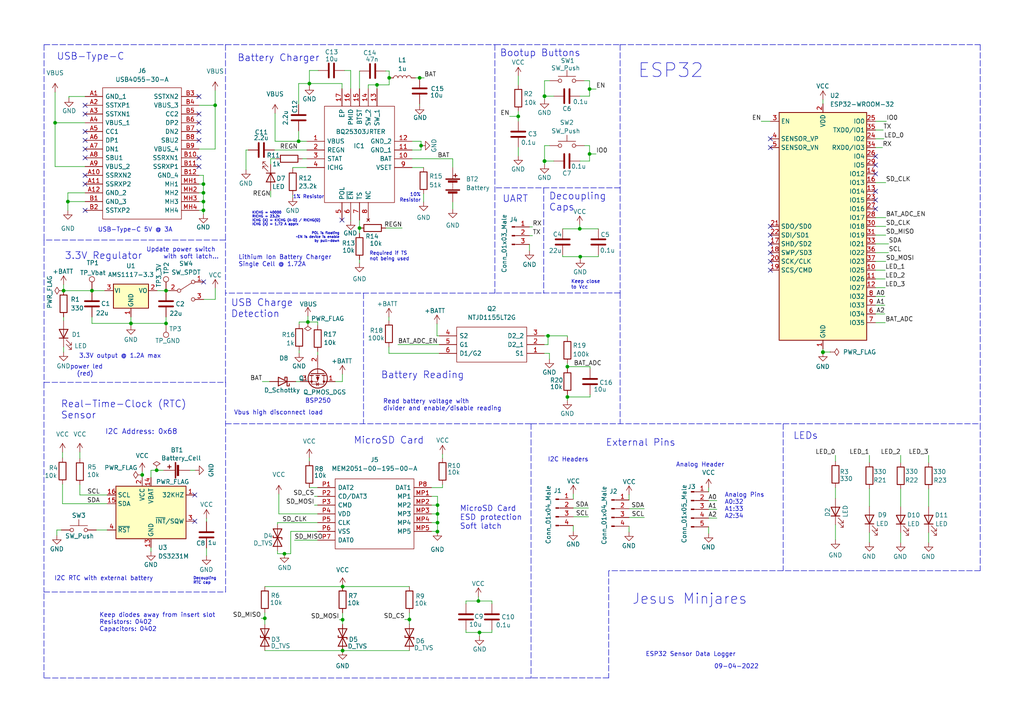
<source format=kicad_sch>
(kicad_sch (version 20211123) (generator eeschema)
  (paper "A4")
  (junction (at 157.9372 27.9146))
  (junction (at 121.7168 22.5806))
  (junction (at 126.873 154.178))
  (junction (at 45.4406 136.398))
  (junction (at 164.5666 106.3498))
  (junction (at 62.4078 30.5308))
  (junction (at 76.8096 179.324))
  (junction (at 48.1584 84.3026))
  (junction (at 82.4992 160.6042))
  (junction (at 26.67 84.3026))
  (junction (at 238.6838 102.1842))
  (junction (at 112.8776 22.5806))
  (junction (at 126.8984 146.5072))
  (junction (at 168.148 66.3702))
  (junction (at 48.1584 93.8022))
  (junction (at 99.3648 179.7304))
  (junction (at 59.0042 53.3908))
  (junction (at 86.614 40.9702))
  (junction (at 118.745 179.6796))
  (junction (at 138.7602 174.3202))
  (junction (at 170.9928 25.8318))
  (junction (at 104.267 66.1416))
  (junction (at 157.9372 46.7106))
  (junction (at 158.9532 97.409))
  (junction (at 109.347 24.6126))
  (junction (at 157.9372 46.736))
  (junction (at 37.973 93.8022))
  (junction (at 170.9928 44.6532))
  (junction (at 164.5666 115.1382))
  (junction (at 15.9766 35.6108))
  (junction (at 59.0042 58.4708))
  (junction (at 41.2496 137.7442))
  (junction (at 157.9372 27.8892))
  (junction (at 99.3648 170.1292))
  (junction (at 168.3004 74.4474))
  (junction (at 126.8984 151.5872))
  (junction (at 18.4404 84.3026))
  (junction (at 19.685 58.4708))
  (junction (at 238.6838 102.108))
  (junction (at 99.3648 188.6966))
  (junction (at 150.3172 33.7566))
  (junction (at 126.8984 149.0472))
  (junction (at 59.0042 55.9308))
  (junction (at 59.0042 61.0108))
  (junction (at 122.1232 42.2402))
  (junction (at 89.3064 93.3958))
  (junction (at 139.065 183.4388))
  (junction (at 89.7382 24.2316))
  (no_connect (at 59.055 81.7626))
  (no_connect (at 99.187 63.8302))
  (no_connect (at 56.4896 151.1808))
  (no_connect (at 253.9238 45.339))
  (no_connect (at 223.4438 40.259))
  (no_connect (at 223.4438 42.799))
  (no_connect (at 223.4438 68.199))
  (no_connect (at 223.4438 73.279))
  (no_connect (at 223.4438 78.359))
  (no_connect (at 223.4438 75.819))
  (no_connect (at 223.4438 70.739))
  (no_connect (at 223.4438 65.659))
  (no_connect (at 253.9238 60.579))
  (no_connect (at 253.9238 47.879))
  (no_connect (at 253.9238 58.039))
  (no_connect (at 253.9238 55.499))
  (no_connect (at 253.9238 50.419))
  (no_connect (at 24.6888 53.3908))
  (no_connect (at 24.6888 50.8508))
  (no_connect (at 24.6888 45.7708))
  (no_connect (at 24.6888 43.2308))
  (no_connect (at 24.6888 40.6908))
  (no_connect (at 24.6888 38.1508))
  (no_connect (at 24.6888 33.0708))
  (no_connect (at 24.6888 30.5308))
  (no_connect (at 24.6888 61.0108))
  (no_connect (at 57.7088 40.6908))
  (no_connect (at 57.7088 27.9908))
  (no_connect (at 57.7088 38.1508))
  (no_connect (at 57.7088 35.6108))
  (no_connect (at 57.7088 33.0708))
  (no_connect (at 57.7088 48.3108))
  (no_connect (at 57.7088 45.7708))
  (no_connect (at 56.4896 143.5608))
  (wire (pts (xy 163.195 74.4474) (xy 168.3004 74.4474)))
  (wire (pts (xy 122.1232 40.9702) (xy 122.1232 42.2402)))
  (polyline (pts (xy 65.405 69.6214) (xy 12.7762 69.6214)))
  (wire (pts (xy 86.7664 94.0562) (xy 86.7664 93.3958)))
  (polyline (pts (xy 143.5354 12.954) (xy 143.5354 85.0138)))
  (wire (pts (xy 82.4992 160.6042) (xy 84.328 160.6042)))
  (wire (pts (xy 121.7168 22.5806) (xy 123.0376 22.5806)))
  (wire (pts (xy 79.7814 32.8676) (xy 79.7814 40.9702)))
  (wire (pts (xy 99.3648 188.6966) (xy 118.745 188.6966)))
  (wire (pts (xy 19.9898 27.9908) (xy 19.9898 28.4226)))
  (wire (pts (xy 253.9238 80.899) (xy 256.7432 80.899)))
  (wire (pts (xy 182.4482 147.5486) (xy 186.8678 147.5486)))
  (wire (pts (xy 125.1458 146.5072) (xy 126.8984 146.5072)))
  (wire (pts (xy 126.8984 151.5872) (xy 126.8984 149.0472)))
  (wire (pts (xy 182.4482 143.4846) (xy 182.4482 145.0086)))
  (wire (pts (xy 115.4176 99.949) (xy 127.381 99.949)))
  (wire (pts (xy 253.9238 68.199) (xy 256.921 68.199)))
  (wire (pts (xy 125.1458 151.5872) (xy 126.8984 151.5872)))
  (wire (pts (xy 168.2242 46.7106) (xy 170.9928 46.7106)))
  (wire (pts (xy 121.7168 30.2006) (xy 121.7168 30.5816)))
  (wire (pts (xy 238.6838 28.9052) (xy 238.6838 30.099)))
  (wire (pts (xy 92.1258 151.5872) (xy 80.4926 151.5872)))
  (polyline (pts (xy 12.7508 171.704) (xy 65.4304 171.704)))
  (wire (pts (xy 16.4846 153.7208) (xy 16.4846 155.2956)))
  (wire (pts (xy 261.239 154.5336) (xy 261.239 157.3784)))
  (wire (pts (xy 92.1512 103.0478) (xy 92.1512 102.0064)))
  (wire (pts (xy 256.7432 78.359) (xy 253.9238 78.359)))
  (wire (pts (xy 170.9928 27.8892) (xy 170.9928 25.8318)))
  (wire (pts (xy 253.9238 93.599) (xy 256.7686 93.599)))
  (wire (pts (xy 89.027 40.9702) (xy 86.614 40.9702)))
  (wire (pts (xy 80.4926 160.6042) (xy 82.4992 160.6042)))
  (polyline (pts (xy 154.0256 122.9106) (xy 284.3022 122.9106)))
  (wire (pts (xy 98.3996 179.7304) (xy 99.3648 179.7304)))
  (wire (pts (xy 18.1356 131.1656) (xy 18.1356 132.8166)))
  (polyline (pts (xy 179.8574 54.483) (xy 179.8574 84.963)))
  (wire (pts (xy 166.2684 143.2814) (xy 166.2684 144.8054)))
  (polyline (pts (xy 65.405 110.8964) (xy 65.405 69.6214)))
  (polyline (pts (xy 12.8016 12.954) (xy 65.405 12.954)))
  (wire (pts (xy 220.7768 35.179) (xy 223.4438 35.179)))
  (wire (pts (xy 109.347 24.6126) (xy 109.347 25.7302)))
  (wire (pts (xy 253.9238 85.979) (xy 256.667 85.979)))
  (wire (pts (xy 253.9238 83.439) (xy 256.7432 83.439)))
  (wire (pts (xy 19.685 55.9308) (xy 19.685 58.4708)))
  (wire (pts (xy 164.5666 105.41) (xy 164.5666 106.3498)))
  (wire (pts (xy 170.9928 25.8318) (xy 170.9928 23.4188)))
  (wire (pts (xy 253.9238 35.179) (xy 257.0988 35.179)))
  (polyline (pts (xy 284.3022 165.5318) (xy 176.5554 165.5318)))
  (wire (pts (xy 128.3462 141.4272) (xy 128.3462 140.5382)))
  (wire (pts (xy 119.507 40.9702) (xy 122.1232 40.9702)))
  (wire (pts (xy 55.0926 136.398) (xy 56.515 136.398)))
  (wire (pts (xy 59.0042 55.9308) (xy 59.0042 58.4708)))
  (wire (pts (xy 41.2496 137.7442) (xy 41.2496 138.4808)))
  (wire (pts (xy 57.7088 53.3908) (xy 59.0042 53.3908)))
  (wire (pts (xy 109.347 24.6126) (xy 112.8776 24.6126)))
  (wire (pts (xy 76.8096 177.7492) (xy 76.8096 179.324)))
  (wire (pts (xy 48.1584 93.8022) (xy 48.1584 91.9226)))
  (wire (pts (xy 125.1458 141.4272) (xy 128.3462 141.4272)))
  (wire (pts (xy 43.7896 136.398) (xy 43.7896 138.4808)))
  (wire (pts (xy 138.7602 174.3202) (xy 142.6718 174.3202)))
  (wire (pts (xy 126.8984 146.5072) (xy 126.8984 143.9672)))
  (wire (pts (xy 122.8598 56.2102) (xy 122.8598 58.5724)))
  (wire (pts (xy 252.1712 134.1374) (xy 252.1712 132.0546)))
  (wire (pts (xy 153.5684 68.3514) (xy 154.4574 68.3514)))
  (wire (pts (xy 164.5666 114.4778) (xy 164.5666 115.1382)))
  (wire (pts (xy 252.1712 154.4828) (xy 252.1712 157.3276)))
  (wire (pts (xy 92.1512 93.3958) (xy 92.1512 94.3864)))
  (wire (pts (xy 182.4482 152.6286) (xy 182.4482 154.305)))
  (polyline (pts (xy 179.8574 84.963) (xy 179.8574 122.8852)))
  (wire (pts (xy 92.1258 149.0472) (xy 80.8736 149.0472)))
  (wire (pts (xy 112.8776 20.5994) (xy 112.8776 22.5806)))
  (wire (pts (xy 128.3462 131.7244) (xy 128.3462 132.9182)))
  (wire (pts (xy 97.2312 110.6678) (xy 99.314 110.6678)))
  (wire (pts (xy 125.1458 149.0472) (xy 126.8984 149.0472)))
  (wire (pts (xy 261.239 141.8082) (xy 261.239 146.9136)))
  (wire (pts (xy 168.3004 74.4474) (xy 173.5582 74.4474)))
  (wire (pts (xy 139.065 183.4388) (xy 139.065 184.5056)))
  (wire (pts (xy 126.746 93.9292) (xy 126.746 97.409)))
  (wire (pts (xy 62.4078 26.2636) (xy 62.4078 30.5308)))
  (wire (pts (xy 62.4332 86.8426) (xy 62.4332 83.6168)))
  (wire (pts (xy 71.9836 43.5102) (xy 71.3486 43.5102)))
  (wire (pts (xy 238.6838 102.108) (xy 238.6838 102.1842)))
  (wire (pts (xy 157.9372 23.4188) (xy 159.3596 23.4188)))
  (wire (pts (xy 86.614 40.9702) (xy 86.614 37.9476)))
  (wire (pts (xy 170.9928 44.6532) (xy 170.9928 42.2402)))
  (wire (pts (xy 89.027 48.5902) (xy 84.9122 48.5902)))
  (wire (pts (xy 76.8096 179.324) (xy 76.8096 181.0766)))
  (wire (pts (xy 104.267 20.5994) (xy 104.267 25.7302)))
  (wire (pts (xy 111.887 66.1416) (xy 116.6368 66.1416)))
  (wire (pts (xy 99.187 25.7302) (xy 99.2124 24.2316)))
  (wire (pts (xy 80.0608 46.0502) (xy 78.5114 46.0502)))
  (wire (pts (xy 238.6838 102.108) (xy 240.792 102.108)))
  (wire (pts (xy 139.065 183.4388) (xy 142.6718 183.4388)))
  (wire (pts (xy 89.3064 93.3958) (xy 92.1512 93.3958)))
  (wire (pts (xy 104.267 63.8302) (xy 104.267 66.1416)))
  (polyline (pts (xy 284.3022 122.9106) (xy 284.3022 165.5318)))
  (polyline (pts (xy 176.5554 196.6214) (xy 154.0256 196.6214)))
  (wire (pts (xy 80.4926 159.7406) (xy 80.4926 160.6042)))
  (wire (pts (xy 80.4926 151.5872) (xy 80.4926 152.1206)))
  (wire (pts (xy 59.0042 58.4708) (xy 59.0042 61.0108)))
  (wire (pts (xy 101.727 20.447) (xy 99.9236 20.447)))
  (wire (pts (xy 92.3036 20.447) (xy 89.7382 20.447)))
  (wire (pts (xy 160.6042 27.8892) (xy 157.9372 27.8892)))
  (wire (pts (xy 126.8984 149.0472) (xy 126.8984 146.5072)))
  (wire (pts (xy 92.1258 154.1272) (xy 84.328 154.1272)))
  (wire (pts (xy 117.3988 179.6796) (xy 118.745 179.6796)))
  (wire (pts (xy 205.5368 147.7264) (xy 207.9244 147.7264)))
  (wire (pts (xy 76.8096 188.6966) (xy 99.3648 188.6966)))
  (wire (pts (xy 57.7088 55.9308) (xy 59.0042 55.9308)))
  (wire (pts (xy 101.727 63.8302) (xy 101.727 64.0588)))
  (wire (pts (xy 26.67 91.9226) (xy 26.67 93.8022)))
  (wire (pts (xy 242.316 152.1968) (xy 242.316 156.5656)))
  (wire (pts (xy 15.9766 48.3108) (xy 15.9766 35.6108)))
  (wire (pts (xy 170.9928 23.4188) (xy 169.5196 23.4188)))
  (wire (pts (xy 205.5368 150.2664) (xy 207.9244 150.2664)))
  (wire (pts (xy 269.3416 141.8082) (xy 269.3416 146.9136)))
  (wire (pts (xy 89.7382 20.447) (xy 89.7382 24.2316)))
  (wire (pts (xy 76.073 110.6678) (xy 78.1812 110.6678)))
  (wire (pts (xy 147.8026 33.7566) (xy 150.3172 33.7566)))
  (wire (pts (xy 112.8014 102.489) (xy 127.381 102.489)))
  (wire (pts (xy 131.318 58.674) (xy 131.318 60.6298)))
  (polyline (pts (xy 284.3022 12.954) (xy 284.3022 122.9106)))
  (wire (pts (xy 166.2684 152.4254) (xy 166.2684 154.1018)))
  (wire (pts (xy 170.9928 42.2402) (xy 169.5196 42.2402)))
  (wire (pts (xy 253.9238 75.819) (xy 256.921 75.819)))
  (polyline (pts (xy 65.405 12.954) (xy 65.405 69.6214)))
  (wire (pts (xy 164.5666 106.3498) (xy 164.5666 106.8578)))
  (wire (pts (xy 48.1584 84.3026) (xy 48.895 84.3026)))
  (wire (pts (xy 253.9238 88.519) (xy 256.667 88.519)))
  (wire (pts (xy 158.9532 97.409) (xy 157.861 97.409)))
  (wire (pts (xy 78.5114 46.0502) (xy 78.5114 47.6758)))
  (wire (pts (xy 18.4404 84.3026) (xy 26.67 84.3026)))
  (wire (pts (xy 45.593 84.3026) (xy 48.1584 84.3026)))
  (wire (pts (xy 168.148 66.3702) (xy 173.5582 66.3702)))
  (wire (pts (xy 125.1458 154.1272) (xy 126.8984 154.1272)))
  (wire (pts (xy 24.6888 48.3108) (xy 15.9766 48.3108)))
  (wire (pts (xy 135.1534 183.4388) (xy 139.065 183.4388)))
  (wire (pts (xy 170.9928 25.8318) (xy 172.8978 25.8318)))
  (wire (pts (xy 164.5666 115.1382) (xy 164.5666 116.1288)))
  (wire (pts (xy 269.3416 154.5336) (xy 269.3416 157.3784)))
  (wire (pts (xy 18.4404 82.55) (xy 18.4404 84.3026)))
  (wire (pts (xy 171.1452 114.4778) (xy 171.1452 115.1382)))
  (wire (pts (xy 131.318 46.0502) (xy 131.318 48.514)))
  (wire (pts (xy 85.3948 156.6672) (xy 92.1258 156.6672)))
  (polyline (pts (xy 12.7762 69.6214) (xy 12.7762 110.8964)))
  (polyline (pts (xy 157.7086 54.483) (xy 157.7086 84.9884)))
  (wire (pts (xy 157.9372 27.9146) (xy 157.9372 28.8798)))
  (wire (pts (xy 23.1648 131.1402) (xy 23.1648 132.969)))
  (wire (pts (xy 24.6888 55.9308) (xy 19.685 55.9308)))
  (wire (pts (xy 112.8776 22.5806) (xy 112.8776 24.6126)))
  (wire (pts (xy 166.2684 149.8854) (xy 170.7134 149.8854)))
  (wire (pts (xy 19.685 58.4708) (xy 19.685 61.0616)))
  (wire (pts (xy 153.5684 65.8114) (xy 154.4574 65.8114)))
  (polyline (pts (xy 154.0256 122.9106) (xy 154.0256 196.6468)))
  (polyline (pts (xy 179.8574 84.963) (xy 143.5354 84.9884)))
  (wire (pts (xy 126.8984 154.1272) (xy 126.8984 151.5872)))
  (wire (pts (xy 18.4404 100.6094) (xy 18.4404 102.108)))
  (polyline (pts (xy 12.7762 12.954) (xy 12.7762 69.6214)))
  (wire (pts (xy 59.8932 150.3426) (xy 59.8932 151.3078)))
  (wire (pts (xy 86.7664 93.3958) (xy 89.3064 93.3958)))
  (wire (pts (xy 119.507 48.5902) (xy 122.8598 48.5902)))
  (wire (pts (xy 37.973 93.8022) (xy 37.973 94.4118)))
  (wire (pts (xy 19.685 58.4708) (xy 24.6888 58.4708)))
  (wire (pts (xy 26.67 84.3026) (xy 30.353 84.3026)))
  (polyline (pts (xy 12.7762 110.8964) (xy 65.405 110.8964)))
  (polyline (pts (xy 154.0256 196.6468) (xy 12.7508 196.6468)))
  (wire (pts (xy 153.5684 70.8914) (xy 153.5684 72.7202)))
  (polyline (pts (xy 227.1522 122.9106) (xy 227.1522 165.4556)))
  (wire (pts (xy 76.8096 170.1292) (xy 99.3648 170.1292)))
  (wire (pts (xy 142.6718 183.4388) (xy 142.6718 182.7276)))
  (wire (pts (xy 238.6838 101.219) (xy 238.6838 102.108)))
  (wire (pts (xy 43.7896 158.8008) (xy 43.7896 159.9946)))
  (wire (pts (xy 168.148 65.2018) (xy 168.148 66.3702)))
  (wire (pts (xy 37.973 93.8022) (xy 48.1584 93.8022)))
  (polyline (pts (xy 179.8574 54.483) (xy 143.5608 54.483)))
  (wire (pts (xy 170.9928 46.7106) (xy 170.9928 44.6532)))
  (wire (pts (xy 157.9372 27.8892) (xy 157.9372 23.4188)))
  (wire (pts (xy 261.239 132.0546) (xy 261.239 134.1882)))
  (wire (pts (xy 59.0042 61.0108) (xy 59.0042 62.1284)))
  (wire (pts (xy 47.4726 136.398) (xy 45.4406 136.398)))
  (wire (pts (xy 99.3648 170.1292) (xy 118.745 170.1292)))
  (polyline (pts (xy 65.405 12.954) (xy 143.5354 12.954)))
  (wire (pts (xy 84.9122 48.5902) (xy 84.9122 48.9204)))
  (wire (pts (xy 24.6888 35.6108) (xy 15.9766 35.6108)))
  (wire (pts (xy 26.67 93.8022) (xy 37.973 93.8022)))
  (wire (pts (xy 171.1452 106.8578) (xy 171.1452 106.3498)))
  (wire (pts (xy 106.807 25.7302) (xy 106.807 24.6126)))
  (wire (pts (xy 168.2242 27.8892) (xy 170.9928 27.8892)))
  (wire (pts (xy 135.1534 175.1076) (xy 135.1534 174.3202)))
  (polyline (pts (xy 65.4304 171.704) (xy 65.4304 110.871)))
  (wire (pts (xy 158.9532 97.409) (xy 164.5666 97.409)))
  (wire (pts (xy 78.5114 55.2958) (xy 78.5114 57.15)))
  (wire (pts (xy 111.887 20.5994) (xy 112.8776 20.5994)))
  (wire (pts (xy 99.314 108.5342) (xy 99.314 110.6678)))
  (wire (pts (xy 253.9238 42.799) (xy 255.9812 42.799)))
  (wire (pts (xy 118.745 177.7492) (xy 118.745 179.6796)))
  (wire (pts (xy 101.727 25.7302) (xy 101.727 20.447)))
  (polyline (pts (xy 65.4304 122.9106) (xy 154.0256 122.9106)))
  (wire (pts (xy 99.3648 179.7304) (xy 99.3648 181.0766)))
  (wire (pts (xy 15.9766 26.7462) (xy 15.9766 35.6108)))
  (wire (pts (xy 31.0896 143.5608) (xy 23.1648 143.5608)))
  (wire (pts (xy 242.316 133.7818) (xy 242.316 132.0546)))
  (wire (pts (xy 164.5666 106.3498) (xy 171.1452 106.3498)))
  (wire (pts (xy 91.186 143.9672) (xy 92.1258 143.9672)))
  (wire (pts (xy 253.9238 65.659) (xy 256.921 65.659)))
  (wire (pts (xy 205.5368 152.8064) (xy 205.5368 154.7368)))
  (wire (pts (xy 182.4482 150.0886) (xy 186.8932 150.0886)))
  (wire (pts (xy 158.9532 99.949) (xy 158.9532 97.409)))
  (wire (pts (xy 119.507 43.5102) (xy 122.1232 43.5102)))
  (wire (pts (xy 89.7382 24.2316) (xy 89.7382 24.892)))
  (wire (pts (xy 157.861 99.949) (xy 158.9532 99.949)))
  (wire (pts (xy 59.0042 53.3908) (xy 59.0042 55.9308)))
  (wire (pts (xy 23.1648 140.589) (xy 23.1648 143.5608)))
  (wire (pts (xy 75.7428 179.324) (xy 76.8096 179.324)))
  (polyline (pts (xy 143.5354 85.0138) (xy 65.405 85.0138)))
  (wire (pts (xy 104.267 66.1416) (xy 104.267 67.6656)))
  (wire (pts (xy 62.4078 43.2308) (xy 62.4078 30.5308)))
  (wire (pts (xy 27.94 153.7208) (xy 31.0896 153.7208)))
  (wire (pts (xy 89.027 46.0502) (xy 87.6808 46.0502)))
  (polyline (pts (xy 176.5554 165.5318) (xy 176.5554 196.6214)))
  (wire (pts (xy 122.1232 42.2402) (xy 122.1232 43.5102)))
  (wire (pts (xy 57.7088 50.8508) (xy 59.0042 50.8508)))
  (wire (pts (xy 164.5666 97.409) (xy 164.5666 97.79)))
  (wire (pts (xy 89.3064 91.694) (xy 89.3064 93.3958)))
  (wire (pts (xy 205.5368 141.5034) (xy 205.5368 142.6464)))
  (wire (pts (xy 57.7088 61.0108) (xy 59.0042 61.0108)))
  (wire (pts (xy 104.267 75.2856) (xy 104.267 76.327)))
  (wire (pts (xy 164.5666 115.1382) (xy 171.1452 115.1382)))
  (wire (pts (xy 159.3596 102.489) (xy 159.3596 104.1654)))
  (wire (pts (xy 86.614 24.2316) (xy 89.7382 24.2316)))
  (wire (pts (xy 59.055 86.8426) (xy 62.4332 86.8426)))
  (wire (pts (xy 253.9238 73.279) (xy 257.7338 73.279)))
  (wire (pts (xy 45.4406 136.398) (xy 43.7896 136.398)))
  (polyline (pts (xy 12.7508 196.6468) (xy 12.7508 171.704)))
  (polyline (pts (xy 105.4354 85.0138) (xy 105.4354 122.9106)))
  (wire (pts (xy 119.507 46.0502) (xy 131.318 46.0502)))
  (wire (pts (xy 71.3486 43.5102) (xy 71.3486 49.2506)))
  (wire (pts (xy 57.7088 58.4708) (xy 59.0042 58.4708)))
  (polyline (pts (xy 179.8574 12.954) (xy 284.3022 12.954)))
  (wire (pts (xy 89.7128 132.7912) (xy 89.7128 133.8072)))
  (wire (pts (xy 99.3648 177.7492) (xy 99.3648 179.7304)))
  (wire (pts (xy 112.8014 91.948) (xy 112.8014 93.0148)))
  (wire (pts (xy 18.1356 146.1008) (xy 31.0896 146.1008)))
  (wire (pts (xy 89.027 43.5102) (xy 79.6036 43.5102)))
  (wire (pts (xy 253.9238 52.959) (xy 256.921 52.959)))
  (wire (pts (xy 84.328 154.1272) (xy 84.328 160.6042)))
  (wire (pts (xy 37.973 91.9226) (xy 37.973 93.8022)))
  (wire (pts (xy 135.1534 174.3202) (xy 138.7602 174.3202)))
  (wire (pts (xy 205.5368 145.1864) (xy 207.9244 145.1864)))
  (polyline (pts (xy 179.8574 12.954) (xy 179.8574 54.483)))
  (wire (pts (xy 157.861 102.489) (xy 159.3596 102.489)))
  (wire (pts (xy 79.7814 40.9702) (xy 86.614 40.9702)))
  (wire (pts (xy 150.3172 33.7566) (xy 150.3172 35.1282)))
  (wire (pts (xy 80.8736 143.3068) (xy 80.8736 149.0472)))
  (wire (pts (xy 150.3172 22.0472) (xy 150.3172 24.6634)))
  (wire (pts (xy 57.7088 30.5308) (xy 62.4078 30.5308)))
  (wire (pts (xy 163.195 66.3702) (xy 168.148 66.3702)))
  (wire (pts (xy 170.9928 44.6532) (xy 172.8978 44.6532)))
  (wire (pts (xy 150.3172 32.2834) (xy 150.3172 33.7566)))
  (wire (pts (xy 120.4976 22.5806) (xy 121.7168 22.5806)))
  (wire (pts (xy 160.6042 46.7106) (xy 157.9372 46.7106)))
  (wire (pts (xy 87.0712 110.6678) (xy 85.8012 110.6678)))
  (wire (pts (xy 16.4846 153.7208) (xy 17.78 153.7208)))
  (wire (pts (xy 99.2124 24.2316) (xy 89.7382 24.2316)))
  (wire (pts (xy 118.745 179.6796) (xy 118.745 181.0766)))
  (wire (pts (xy 157.9372 46.7106) (xy 157.9372 42.2402)))
  (wire (pts (xy 168.3004 74.4474) (xy 168.3004 75.0824)))
  (wire (pts (xy 112.8014 100.6348) (xy 112.8014 102.489)))
  (wire (pts (xy 157.9372 46.736) (xy 157.9372 47.7012)))
  (wire (pts (xy 86.7664 101.6762) (xy 86.7664 102.4128)))
  (wire (pts (xy 84.9122 56.5404) (xy 84.9122 57.2008)))
  (wire (pts (xy 173.5582 73.9902) (xy 173.5582 74.4474)))
  (wire (pts (xy 253.9238 63.119) (xy 256.921 63.119)))
  (wire (pts (xy 253.9238 91.059) (xy 256.667 91.059)))
  (wire (pts (xy 106.807 24.6126) (xy 109.347 24.6126)))
  (wire (pts (xy 242.316 141.4018) (xy 242.316 144.5768)))
  (wire (pts (xy 253.9238 40.259) (xy 256.3876 40.259)))
  (wire (pts (xy 91.186 146.5072) (xy 92.1258 146.5072)))
  (wire (pts (xy 253.9238 70.739) (xy 257.7338 70.739)))
  (wire (pts (xy 41.2496 136.8298) (xy 41.2496 137.7442)))
  (wire (pts (xy 18.1356 140.4366) (xy 18.1356 146.1008)))
  (wire (pts (xy 269.3416 132.0546) (xy 269.3416 134.1882)))
  (wire (pts (xy 135.1534 182.7276) (xy 135.1534 183.4388)))
  (wire (pts (xy 59.8932 158.9278) (xy 59.8932 161.2138)))
  (polyline (pts (xy 12.7508 110.9218) (xy 12.7508 171.704)))
  (wire (pts (xy 126.746 97.409) (xy 127.381 97.409)))
  (wire (pts (xy 125.1458 143.9672) (xy 126.8984 143.9672)))
  (wire (pts (xy 57.7088 43.2308) (xy 62.4078 43.2308)))
  (wire (pts (xy 157.9372 42.2402) (xy 159.3596 42.2402)))
  (wire (pts (xy 142.6718 174.3202) (xy 142.6718 175.1076)))
  (wire (pts (xy 253.9238 37.719) (xy 256.1844 37.719)))
  (polyline (pts (xy 143.5608 12.954) (xy 179.8574 12.954)))
  (wire (pts (xy 92.1258 141.4272) (xy 89.7128 141.4272)))
  (wire (pts (xy 18.4404 91.9226) (xy 18.4404 92.9894)))
  (wire (pts (xy 166.2684 147.3454) (xy 170.688 147.3454)))
  (wire (pts (xy 59.0042 50.8508) (xy 59.0042 53.3908)))
  (wire (pts (xy 24.6888 27.9908) (xy 19.9898 27.9908)))
  (wire (pts (xy 138.7602 173.0502) (xy 138.7602 174.3202)))
  (wire (pts (xy 163.195 73.9902) (xy 163.195 74.4474)))
  (wire (pts (xy 252.1712 141.7574) (xy 252.1712 146.8628)))
  (polyline (pts (xy 157.7086 84.9884) (xy 157.7594 84.9884)))
  (wire (pts (xy 150.3172 42.7482) (xy 150.3172 45.212)))
  (wire (pts (xy 86.614 30.3276) (xy 86.614 24.2316)))
  (text "Keep diodes away from insert slot\nResistors: 0402\nCapacitors: 0402" (at 28.7782 183.3372 0) (effects (font (size 1.27 1.27)) (justify left bottom)))
  (text "MicroSD Card" (at 102.5398 129.032 0) (effects (font (size 2 2)) (justify left bottom)))
  (text "ESP32 Sensor Data Logger" (at 187.2234 190.6016 0) (effects (font (size 1.27 1.27)) (justify left bottom)))
  (text "Required if TS\nnot being used" (at 107.1372 75.7936 0) (effects (font (size 1 1)) (justify left bottom)))
  (text "Vbus high disconnect load\n" (at 67.818 120.523 0) (effects (font (size 1.27 1.27)) (justify left bottom)))
  (text "Analog Header" (at 196.0372 135.636 0) (effects (font (size 1.27 1.27)) (justify left bottom)))
  (text "Update power switch \nwith soft latch...\n" (at 63.5254 75.2856 180) (effects (font (size 1.27 1.27)) (justify right bottom)))
  (text "UART" (at 145.6944 58.9788 0) (effects (font (size 2 2)) (justify left bottom)))
  (text "POL is floating\n~EN is device is enable\nby pull-down" (at 98.5266 70.4342 0) (effects (font (size 0.7 0.7)) (justify right bottom)))
  (text "3.3V output @ 1.2A max " (at 22.8854 104.0892 0) (effects (font (size 1.27 1.27)) (justify left bottom)))
  (text "I2C Headers" (at 158.8516 134.1374 0) (effects (font (size 1.27 1.27)) (justify left bottom)))
  (text "ESP32" (at 184.912 22.9362 0) (effects (font (size 4 4)) (justify left bottom)))
  (text "BSP250\n" (at 88.4682 117.1194 0) (effects (font (size 1.27 1.27)) (justify left bottom)))
  (text "Jesus Minjares" (at 183.2864 175.6156 0) (effects (font (size 3 3)) (justify left bottom)))
  (text "10%\nResistor\n" (at 122.0978 58.7756 180) (effects (font (size 1 1)) (justify right bottom)))
  (text "USB-Type-C 5V @ 3A" (at 28.3464 67.4878 0) (effects (font (size 1.27 1.27)) (justify left bottom)))
  (text "External Pins" (at 175.6664 129.6924 0) (effects (font (size 2 2)) (justify left bottom)))
  (text "USB-Type-C" (at 16.4084 17.6784 0) (effects (font (size 2 2)) (justify left bottom)))
  (text "Read battery voltage with \ndivider and enable/disable reading" (at 111.0742 119.3292 0) (effects (font (size 1.27 1.27)) (justify left bottom)))
  (text "1% Resistor\n" (at 94.0562 57.785 180) (effects (font (size 1 1)) (justify right bottom)))
  (text "Decoupling\nCaps" (at 159.2072 61.4426 0) (effects (font (size 2 2)) (justify left bottom)))
  (text "3.3V Regulator\n" (at 18.7452 75.4888 0) (effects (font (size 2 2)) (justify left bottom)))
  (text "LEDs" (at 230.0478 127.6858 0) (effects (font (size 2 2)) (justify left bottom)))
  (text "Keep close\nto Vcc" (at 165.608 83.9978 0) (effects (font (size 1 1)) (justify left bottom)))
  (text "I2C RTC with external battery" (at 15.7226 168.6052 0) (effects (font (size 1.27 1.27)) (justify left bottom)))
  (text "KICHG = 40000\nRICHG = 23.2k\nICHG (A) = KICHG (A·Ω) / RICHG(Ω)\nICHG (A) = 1.72 A apprx" (at 73.0758 65.6082 0) (effects (font (size 0.7 0.7)) (justify left bottom)))
  (text "Bootup Buttons" (at 144.9578 16.6878 0) (effects (font (size 2 2)) (justify left bottom)))
  (text "09-04-2022" (at 207.0862 194.1576 0) (effects (font (size 1.27 1.27)) (justify left bottom)))
  (text "Lithium Ion Battery Charger\nSingle Cell @ 1.72A" (at 69.1388 77.5208 0) (effects (font (size 1.27 1.27)) (justify left bottom)))
  (text "Battery Reading" (at 110.4646 110.0836 0) (effects (font (size 2 2)) (justify left bottom)))
  (text "Real-Time-Clock (RTC)\nSensor" (at 17.6276 121.7422 0) (effects (font (size 2 2)) (justify left bottom)))
  (text "I2C Address: 0x68\n" (at 30.5054 126.2126 0) (effects (font (size 1.5 1.5)) (justify left bottom)))
  (text "Decoupling \nRTC cap" (at 56.007 169.5958 0) (effects (font (size 0.8 0.8)) (justify left bottom)))
  (text "Analog Pins\nA0:32\nA1:33\nA2:34\n" (at 210.1596 150.5458 0) (effects (font (size 1.27 1.27)) (justify left bottom)))
  (text "Battery Charger" (at 68.834 18.1102 0) (effects (font (size 2 2)) (justify left bottom)))
  (text "MicroSD Card\nESD protection\nSoft latch" (at 133.35 153.7208 0) (effects (font (size 1.6 1.6)) (justify left bottom)))
  (text "power led\n  (red)" (at 20.2946 109.2708 0) (effects (font (size 1.27 1.27)) (justify left bottom)))
  (text "USB Charge\nDetection" (at 66.9544 92.3544 0) (effects (font (size 2 2)) (justify left bottom)))
  (label "SCL" (at 29.0068 143.5608 180))
  (label "SCL" (at 186.8932 150.0886 180))
  (label "LED_3" (at 269.3416 132.0546 180))
  (label "LED_1" (at 252.1712 132.0546 180))
  (label "LED_0" (at 242.316 132.0546 180))
  (label "A2" (at 256.667 91.059 180))
  (label "BAT_ADC" (at 256.7686 93.599 0))
  (label "SD_CS" (at 91.186 143.9672 180))
  (label "LED_1" (at 256.7432 78.359 0))
  (label "BAT" (at 130.429 46.0502 180))
  (label "A0" (at 256.667 85.979 180))
  (label "A2" (at 207.9244 150.2664 180))
  (label "A1" (at 207.9244 147.7264 180))
  (label "A0" (at 207.9244 145.1864 180))
  (label "BAT" (at 76.073 110.6678 180))
  (label "RX" (at 255.9812 42.799 0))
  (label "LED_2" (at 261.239 132.0546 180))
  (label "SD_CLK" (at 89.0778 151.5872 180))
  (label "LED_3" (at 256.7432 83.439 0))
  (label "REGN" (at 116.6368 66.1416 180))
  (label "SCL" (at 170.7134 149.8854 180))
  (label "SCL" (at 257.7338 73.279 0))
  (label "IO0" (at 172.8978 44.6532 0))
  (label "REGN" (at 78.5114 57.15 180))
  (label "BAT_ADC" (at 166.3954 106.3498 0))
  (label "RX" (at 154.4574 65.8114 0))
  (label "SD_MISO" (at 75.7428 179.324 180))
  (label "EN" (at 172.8978 25.8318 0))
  (label "SD_MOSI" (at 91.186 146.5072 180))
  (label "A1" (at 256.667 88.519 180))
  (label "SD_MISO" (at 85.3948 156.6672 0))
  (label "TX" (at 154.4574 68.3514 0))
  (label "LED_2" (at 256.7432 80.899 0))
  (label "SDA" (at 257.7338 70.739 0))
  (label "SDA" (at 29.0068 146.1008 180))
  (label "SD_CLK" (at 256.921 65.659 0))
  (label "SD_MISO" (at 256.921 68.199 0))
  (label "BAT_ADC_EN" (at 115.4176 99.949 0))
  (label "BAT_ADC_EN" (at 256.921 63.119 0))
  (label "BAT" (at 123.0376 22.5806 0))
  (label "SD_MOSI" (at 98.3996 179.7304 180))
  (label "EN" (at 147.8026 33.7566 180))
  (label "EN" (at 220.7768 35.179 180))
  (label "SD_CS" (at 117.3988 179.6796 180))
  (label "SD_MOSI" (at 256.921 75.819 0))
  (label "REGN" (at 86.3854 43.5102 180))
  (label "IO0" (at 257.0988 35.179 0))
  (label "SDA" (at 186.8678 147.5486 180))
  (label "LED_0" (at 256.3876 40.259 0))
  (label "SD_CLK" (at 256.921 52.959 0))
  (label "TX" (at 256.1844 37.719 0))
  (label "SDA" (at 170.688 147.3454 180))
  (symbol (lib_id "Device:C") (at 75.7936 43.5102 90) (unit 1)
    (property "Reference" "C11" (at 75.819 38.3286 90))
    (property "Value" "2.2u" (at 75.7428 39.9796 90))
    (property "Footprint" "Capacitor_SMD:C_0603_1608Metric" (effects hide))
  )
  (symbol (lib_id "Connector:Conn_01x05_Male") (at 200.4568 147.7264 0) (unit 1)
    (property "Reference" "J3" (at 200.6092 141.1478 0))
    (property "Value" "Conn_01x05_Male" (at 198.4248 149.0218 90))
    (property "Footprint" "Connector_PinHeader_2.54mm:PinHeader_1x05_P2.54mm_Vertical" (effects hide))
  )
  (symbol (lib_id "power:GND") (at 131.318 60.6298 0) (unit 1)
    (property "Reference" "#PWR045" (effects hide))
    (property "Value" "GND" (at 131.318 65.3542 0))
  )
  (symbol (lib_id "Device:R") (at 18.4404 88.1126 0) (unit 1)
    (property "Reference" "R1" (at 20.4724 86.8425 0) (effects (justify left)))
    (property "Value" "330" (at 20.4724 89.3825 0) (effects (justify left)))
    (property "Footprint" "Resistor_SMD:R_0402_1005Metric" (effects hide))
  )
  (symbol (lib_id "Device:C") (at 86.614 34.1376 0) (unit 1)
    (property "Reference" "C12" (at 85.4964 32.893 90) (effects (justify left)))
    (property "Value" "2.2u" (at 82.804 36.3728 90) (effects (justify left)))
    (property "Footprint" "Capacitor_SMD:C_0402_1005Metric" (effects hide))
  )
  (symbol (lib_id "Device:R") (at 108.077 66.1416 90) (unit 1)
    (property "Reference" "R14" (at 109.8804 68.5546 90) (effects (justify left)))
    (property "Value" "10k" (at 110.8456 70.612 90) (effects (justify left)))
    (property "Footprint" "Resistor_SMD:R_0402_1005Metric" (effects hide))
  )
  (symbol (lib_id "power:VCC") (at 99.3648 170.1292 0) (unit 1)
    (property "Reference" "#PWR025" (effects hide))
    (property "Value" "VCC" (at 99.3648 165.3032 0))
  )
  (symbol (lib_id "Connector:Conn_01x03_Male") (at 148.4884 68.3514 0) (unit 1)
    (property "Reference" "J4" (at 148.971 63.7032 0))
    (property "Value" "Conn_01x03_Male" (at 146.2278 70.612 90))
    (property "Footprint" "Connector_PinHeader_2.54mm:PinHeader_1x03_P2.54mm_Vertical" (effects hide))
  )
  (symbol (lib_id "Device:R") (at 92.1512 98.1964 0) (unit 1)
    (property "Reference" "R17" (at 93.726 96.9772 0) (effects (justify left)))
    (property "Value" "10k" (at 93.853 99.3648 0) (effects (justify left)))
    (property "Footprint" "Resistor_SMD:R_0603_1608Metric" (effects hide))
  )
  (symbol (lib_id "power:GND") (at 205.5368 154.7368 0) (unit 1)
    (property "Reference" "#PWR024" (effects hide))
    (property "Value" "GND" (at 205.4352 158.6738 0))
  )
  (symbol (lib_id "Device:C") (at 173.5582 70.1802 0) (unit 1)
    (property "Reference" "C5" (at 174.1678 68.0466 0) (effects (justify left)))
    (property "Value" "0.1u" (at 173.99 72.6186 0) (effects (justify left)))
    (property "Footprint" "Capacitor_SMD:C_0402_1005Metric" (effects hide))
  )
  (symbol (lib_id "power:GND") (at 82.4992 160.6042 0) (unit 1)
    (property "Reference" "#PWR032" (effects hide))
    (property "Value" "GND" (at 82.55 164.6682 0))
  )
  (symbol (lib_id "power:GND") (at 164.5666 116.1288 0) (unit 1)
    (property "Reference" "#PWR054" (effects hide))
    (property "Value" "GND" (at 164.5412 119.9642 0))
  )
  (symbol (lib_id "power:PWR_FLAG") (at 89.3064 93.3958 180) (unit 1)
    (property "Reference" "#FLG0103" (effects hide))
    (property "Value" "PWR_FLAG" (at 95.0468 92.4052 0))
  )
  (symbol (lib_id "power:GND") (at 182.4482 154.305 0) (unit 1)
    (property "Reference" "#PWR011" (effects hide))
    (property "Value" "GND" (at 182.3974 158.3182 0))
  )
  (symbol (lib_id "Timer_RTC:DS3231M") (at 43.7896 148.6408 0) (unit 1)
    (property "Reference" "U3" (at 45.809 158.8008 0) (effects (justify left)))
    (property "Value" "DS3231M" (at 45.809 161.3408 0) (effects (justify left)))
    (property "Footprint" "Package_SO:SOIC-16W_7.5x10.3mm_P1.27mm" (effects hide))
    (property "Datasheet" "http://datasheets.maximintegrated.com/en/ds/DS3231.pdf" (effects hide))
  )
  (symbol (lib_id "power:VCC") (at 205.5368 141.5034 0) (unit 1)
    (property "Reference" "#PWR019" (effects hide))
    (property "Value" "VCC" (at 205.5114 137.0584 0))
  )
  (symbol (lib_id "Device:C") (at 150.3172 38.9382 0) (unit 1)
    (property "Reference" "C3" (at 153.0858 38.862 0) (effects (justify left)))
    (property "Value" "0.1u" (at 151.0792 41.3258 0) (effects (justify left)))
    (property "Footprint" "Capacitor_SMD:C_0402_1005Metric" (effects hide))
  )
  (symbol (lib_id "RF_Module:ESP32-WROOM-32") (at 238.6838 65.659 0) (unit 1)
    (property "Reference" "U2" (at 240.7032 27.7114 0) (effects (justify left)))
    (property "Value" "ESP32-WROOM-32" (at 240.7032 30.2514 0) (effects (justify left)))
    (property "Footprint" "RF_Module:ESP32-WROOM-32" (effects hide))
    (property "Datasheet" "https://www.espressif.com/sites/default/files/documentation/esp32-wroom-32_datasheet_en.pdf" (effects hide))
  )
  (symbol (lib_id "Device:C") (at 26.67 88.1126 0) (unit 1)
    (property "Reference" "C1" (at 29.2862 88.0618 0) (effects (justify left)))
    (property "Value" "22u" (at 27.7622 90.805 0) (effects (justify left)))
    (property "Footprint" "Capacitor_SMD:C_0603_1608Metric" (effects hide))
  )
  (symbol (lib_id "Device:R") (at 242.316 137.5918 0) (unit 1)
    (property "Reference" "R3" (at 244.8814 136.8552 0))
    (property "Value" "330" (at 245.4402 138.8364 0))
    (property "Footprint" "Resistor_SMD:R_0402_1005Metric" (effects hide))
  )
  (symbol (lib_id "power:GND") (at 238.6838 102.1842 0) (unit 1)
    (property "Reference" "#PWR010" (effects hide))
    (property "Value" "GND" (at 238.633 106.3244 0))
  )
  (symbol (lib_id "power:VCC") (at 238.6838 28.9052 0) (unit 1)
    (property "Reference" "#PWR0102" (effects hide))
    (property "Value" "VCC" (at 238.633 24.9936 0))
  )
  (symbol (lib_id "Device:C") (at 108.077 20.5994 90) (unit 1)
    (property "Reference" "C14" (at 109.22 15.3162 90) (effects (justify left)))
    (property "Value" "47n" (at 109.8042 17.2212 90) (effects (justify left)))
    (property "Footprint" "Capacitor_SMD:C_0402_1005Metric" (effects hide))
  )
  (symbol (lib_id "Switch:SW_SPDT") (at 53.975 84.3026 0) (unit 1)
    (property "Reference" "SW4" (at 53.975 76.454 0))
    (property "Value" "SW_SPDT" (at 53.975 78.994 0))
    (property "Footprint" "Button_Switch_SMD:SW_SPDT_PCM12" (effects hide))
  )
  (symbol (lib_id "power:GND") (at 84.9122 57.2008 0) (unit 1)
    (property "Reference" "#PWR034" (effects hide))
    (property "Value" "GND" (at 84.8614 61.087 0))
  )
  (symbol (lib_id "Device:R") (at 76.8096 173.9392 0) (unit 1)
    (property "Reference" "R6" (at 78.5114 172.72 0) (effects (justify left)))
    (property "Value" "10k" (at 78.2574 174.7775 0) (effects (justify left)))
    (property "Footprint" "Resistor_SMD:R_0201_0603Metric" (effects hide))
  )
  (symbol (lib_id "Device:R") (at 128.3462 136.7282 0) (unit 1)
    (property "Reference" "R10" (at 129.7178 135.0772 0) (effects (justify left)))
    (property "Value" "10k" (at 129.794 136.9822 0) (effects (justify left)))
    (property "Footprint" "Resistor_SMD:R_0402_1005Metric" (effects hide))
  )
  (symbol (lib_id "Device:LED") (at 252.1712 150.6728 90) (unit 1)
    (property "Reference" "D9" (at 255.905 149.352 90))
    (property "Value" "LED" (at 255.905 151.892 90))
    (property "Footprint" "LED_SMD:LED_0805_2012Metric" (effects hide))
  )
  (symbol (lib_id "power:VCC") (at 138.7602 173.0502 0) (unit 1)
    (property "Reference" "#PWR038" (effects hide))
    (property "Value" "VCC" (at 138.7094 169.291 0))
  )
  (symbol (lib_id "Device:C") (at 59.8932 155.1178 0) (unit 1)
    (property "Reference" "C8" (at 56.8706 157.5562 0) (effects (justify left)))
    (property "Value" "1u" (at 60.2488 157.4038 0) (effects (justify left)))
    (property "Footprint" "Capacitor_SMD:C_0402_1005Metric" (effects hide))
  )
  (symbol (lib_id "power:GND") (at 157.9372 28.8798 0) (unit 1)
    (property "Reference" "#PWR07" (effects hide))
    (property "Value" "GND" (at 157.9118 32.6898 0))
  )
  (symbol (lib_id "power:GND") (at 59.0042 62.1284 0) (unit 1)
    (property "Reference" "#PWR014" (effects hide))
    (property "Value" "GND" (at 58.9534 65.8876 0))
  )
  (symbol (lib_id "Device:C") (at 164.4142 27.8892 90) (unit 1)
    (property "Reference" "C6" (at 164.4396 31.5214 90))
    (property "Value" "0.1u" (at 168.3512 29.5148 90))
    (property "Footprint" "Capacitor_SMD:C_0201_0603Metric" (effects hide))
  )
  (symbol (lib_id "power:GND") (at 59.8932 161.2138 0) (unit 1)
    (property "Reference" "#PWR029" (effects hide))
    (property "Value" "GND" (at 59.8424 165.227 0))
  )
  (symbol (lib_id "Device:R") (at 86.7664 97.8662 0) (unit 1)
    (property "Reference" "R16" (at 81.6864 97.0788 0) (effects (justify left)))
    (property "Value" "1k" (at 82.9818 99.5172 0) (effects (justify left)))
    (property "Footprint" "Resistor_SMD:R_0603_1608Metric" (effects hide))
  )
  (symbol (lib_id "power:GND") (at 19.9898 28.4226 0) (unit 1)
    (property "Reference" "#PWR09" (effects hide))
    (property "Value" "GND" (at 20.066 32.1564 0))
  )
  (symbol (lib_id "power:VCC") (at 150.3172 22.0472 0) (unit 1)
    (property "Reference" "#PWR0106" (effects hide))
    (property "Value" "VCC" (at 150.2918 18.0848 0))
  )
  (symbol (lib_id "Device:C") (at 142.6718 178.9176 0) (unit 1)
    (property "Reference" "C10" (at 145.415 178.943 0) (effects (justify left)))
    (property "Value" "0.1u" (at 143.7894 181.2798 0) (effects (justify left)))
    (property "Footprint" "Capacitor_SMD:C_0402_1005Metric" (effects hide))
  )
  (symbol (lib_id "Connector:Conn_01x04_Male") (at 161.1884 147.3454 0) (unit 1)
    (property "Reference" "J1" (at 161.7472 142.3162 0))
    (property "Value" "Conn_01x04_Male" (at 159.0294 149.2758 90))
    (property "Footprint" "Connector_PinHeader_2.54mm:PinHeader_1x04_P2.54mm_Vertical" (effects hide))
  )
  (symbol (lib_id "power:VCC") (at 59.8932 150.3426 0) (unit 1)
    (property "Reference" "#PWR028" (effects hide))
    (property "Value" "VCC" (at 59.9186 146.3294 0))
  )
  (symbol (lib_id "Device:LED") (at 261.239 150.7236 90) (unit 1)
    (property "Reference" "D10" (at 264.9728 149.4028 90))
    (property "Value" "LED" (at 264.9728 151.9428 90))
    (property "Footprint" "LED_SMD:LED_0805_2012Metric" (effects hide))
  )
  (symbol (lib_id "power:VCC") (at 80.8736 143.3068 0) (unit 1)
    (property "Reference" "#PWR0103" (effects hide))
    (property "Value" "VCC" (at 80.8736 137.6426 0))
  )
  (symbol (lib_id "Device:R") (at 261.239 137.9982 0) (unit 1)
    (property "Reference" "R22" (at 264.414 139.2682 0))
    (property "Value" "330" (at 264.414 136.7536 0))
    (property "Footprint" "Resistor_SMD:R_0402_1005Metric" (effects hide))
  )
  (symbol (lib_id "Device:C") (at 164.4142 46.7106 90) (unit 1)
    (property "Reference" "C7" (at 164.4142 50.2666 90))
    (property "Value" "0.1u" (at 167.8178 48.26 90))
    (property "Footprint" "Capacitor_SMD:C_0201_0603Metric" (effects hide))
  )
  (symbol (lib_id "power:GND") (at 153.5684 72.7202 0) (unit 1)
    (property "Reference" "#PWR012" (effects hide))
    (property "Value" "GND" (at 153.5684 76.7334 0))
  )
  (symbol (lib_id "Device:LED") (at 242.316 148.3868 90) (unit 1)
    (property "Reference" "D2" (at 240.03 148.5646 0))
    (property "Value" "LED" (at 245.1862 148.2852 0))
    (property "Footprint" "LED_SMD:LED_0805_2012Metric" (effects hide))
  )
  (symbol (lib_id "power:GND") (at 89.7382 24.892 0) (unit 1)
    (property "Reference" "#PWR035" (effects hide))
    (property "Value" "GND" (at 89.7382 28.702 0))
  )
  (symbol (lib_id "power:GND") (at 18.4404 102.108 0) (unit 1)
    (property "Reference" "#PWR02" (effects hide))
    (property "Value" "GND" (at 18.415 106.172 0))
  )
  (symbol (lib_id "power:GND") (at 121.7168 30.5816 0) (unit 1)
    (property "Reference" "#PWR042" (effects hide))
    (property "Value" "GND" (at 121.8438 34.1122 0))
  )
  (symbol (lib_id "power:GND") (at 159.3596 104.1654 0) (unit 1)
    (property "Reference" "#PWR053" (effects hide))
    (property "Value" "GND" (at 159.3342 108.0008 0))
  )
  (symbol (lib_id "power:GND") (at 104.267 76.327 0) (unit 1)
    (property "Reference" "#PWR041" (effects hide))
    (property "Value" "GND" (at 104.267 80.899 0))
  )
  (symbol (lib_id "Device:R") (at 269.3416 137.9982 0) (unit 1)
    (property "Reference" "R23" (at 272.6944 139.319 0))
    (property "Value" "330" (at 272.5166 136.8044 0))
    (property "Footprint" "Resistor_SMD:R_0402_1005Metric" (effects hide))
  )
  (symbol (lib_id "Device:R") (at 84.9122 52.7304 0) (unit 1)
    (property "Reference" "R12" (at 86.5378 51.6636 0) (effects (justify left)))
    (property "Value" "23.2k" (at 86.5378 54.0258 0) (effects (justify left)))
    (property "Footprint" "Resistor_SMD:R_0402_1005Metric" (effects hide))
  )
  (symbol (lib_id "power:VCC") (at 89.7128 132.7912 0) (unit 1)
    (property "Reference" "#PWR033" (effects hide))
    (property "Value" "VCC" (at 89.7128 127.9906 0))
  )
  (symbol (lib_id "power:GND") (at 261.239 157.3784 0) (unit 1)
    (property "Reference" "#PWR056" (effects hide))
    (property "Value" "GND" (at 263.144 161.4424 0) (effects (justify right)))
  )
  (symbol (lib_id "Regulator_Linear:AMS1117-3.3") (at 37.973 84.3026 0) (unit 1)
    (property "Reference" "U1" (at 37.973 77.1144 0))
    (property "Value" "AMS1117-3.3" (at 37.973 79.6544 0))
    (property "Footprint" "Package_TO_SOT_SMD:SOT-223-3_TabPin2" (effects hide))
    (property "Datasheet" "http://www.advanced-monolithic.com/pdf/ds1117.pdf" (effects hide))
  )
  (symbol (lib_id "Device:R") (at 252.1712 137.9474 0) (unit 1)
    (property "Reference" "R21" (at 255.2446 139.2682 0))
    (property "Value" "330" (at 255.2446 136.8044 0))
    (property "Footprint" "Resistor_SMD:R_0402_1005Metric" (effects hide))
  )
  (symbol (lib_id "power:GND") (at 122.1232 42.2402 90) (unit 1)
    (property "Reference" "#PWR043" (effects hide))
    (property "Value" "GND" (at 125.8824 42.2402 0))
  )
  (symbol (lib_id "Device:C") (at 48.1584 88.1126 0) (unit 1)
    (property "Reference" "C2" (at 50.9016 88.1634 0) (effects (justify left)))
    (property "Value" "22u" (at 49.0982 90.9066 0) (effects (justify left)))
    (property "Footprint" "Capacitor_SMD:C_0402_1005Metric" (effects hide))
  )
  (symbol (lib_id "USB-Type-C:USB4055-30-A") (at 24.6888 27.9908 0) (unit 1)
    (property "Reference" "J6" (at 41.1988 20.5232 0))
    (property "Value" "USB4055-30-A" (at 41.1988 23.0632 0))
    (property "Footprint" "USB-Type-C:USB405530A" (effects hide))
    (property "Datasheet" "https://gct.co/files/drawings/usb4055.pdf?v=ba168634-65e4-4217-ab06-9654cc2ef737" (effects hide))
    (property "Description" "USB TYPE C REC, 30\", HORIZONTAL," (effects hide))
    (property "Height" "3.62" (effects hide))
    (property "Manufacturer_Name" "GCT (GLOBAL CONNECTOR TECHNOLOGY)" (effects hide))
    (property "Manufacturer_Part_Number" "USB4055-30-A" (effects hide))
    (property "Mouser Part Number" "640-USB4055-30-A" (effects hide))
    (property "Mouser Price/Stock" "https://www.mouser.co.uk/ProductDetail/GCT/USB4055-30-A?qs=KUoIvG%2F9IlbHuQ2DBk1s1A%3D%3D" (effects hide))
  )
  (symbol (lib_id "power:GND") (at 252.1712 157.3276 0) (unit 1)
    (property "Reference" "#PWR055" (effects hide))
    (property "Value" "GND" (at 254.0762 161.3916 0) (effects (justify right)))
  )
  (symbol (lib_id "power:GND") (at 56.515 136.398 90) (unit 1)
    (property "Reference" "#PWR026" (effects hide))
    (property "Value" "GND" (at 61.2394 136.398 0))
  )
  (symbol (lib_id "power:VBUS") (at 15.9766 26.7462 0) (unit 1)
    (property "Reference" "#PWR04" (effects hide))
    (property "Value" "VBUS" (at 15.9766 21.1582 0))
  )
  (symbol (lib_id "power:VCC") (at 128.3462 131.7244 0) (unit 1)
    (property "Reference" "#PWR037" (effects hide))
    (property "Value" "VCC" (at 128.3716 127.7112 0))
  )
  (symbol (lib_id "Connector:Conn_01x04_Male") (at 177.3682 147.5486 0) (unit 1)
    (property "Reference" "J2" (at 177.927 142.5194 0))
    (property "Value" "Conn_01x04_Male" (at 175.2092 149.479 90))
    (property "Footprint" "Connector_PinHeader_2.54mm:PinHeader_1x04_P2.54mm_Vertical" (effects hide))
  )
  (symbol (lib_id "power:GND") (at 19.685 61.0616 0) (unit 1)
    (property "Reference" "#PWR05" (effects hide))
    (property "Value" "GND" (at 19.685 66.2686 0))
  )
  (symbol (lib_id "power:GND") (at 99.3648 188.6966 0) (unit 1)
    (property "Reference" "#PWR027" (effects hide))
    (property "Value" "GND" (at 99.3648 193.1416 0))
  )
  (symbol (lib_id "power:+BATT") (at 112.8014 91.948 0) (unit 1)
    (property "Reference" "#PWR051" (effects hide))
    (property "Value" "+BATT" (at 112.3188 88.138 0))
  )
  (symbol (lib_id "Device:C") (at 96.1136 20.447 270) (unit 1)
    (property "Reference" "C13" (at 96.1644 15.0876 90))
    (property "Value" "10u" (at 96.1898 17.1196 90))
    (property "Footprint" "Capacitor_SMD:C_0402_1005Metric" (effects hide))
  )
  (symbol (lib_id "power:VCC") (at 23.1648 131.1402 0) (unit 1)
    (property "Reference" "#PWR017" (effects hide))
    (property "Value" "VCC" (at 23.1648 125.9332 0))
  )
  (symbol (lib_id "Device:LED") (at 269.3416 150.7236 90) (unit 1)
    (property "Reference" "D11" (at 273.0754 149.4028 90))
    (property "Value" "LED" (at 273.0754 151.9428 90))
    (property "Footprint" "LED_SMD:LED_0805_2012Metric" (effects hide))
  )
  (symbol (lib_id "Device:R") (at 99.3648 173.9392 0) (unit 1)
    (property "Reference" "R7" (at 100.9904 172.8216 0) (effects (justify left)))
    (property "Value" "10k" (at 100.7364 174.8791 0) (effects (justify left)))
    (property "Footprint" "Resistor_SMD:R_0201_0603Metric" (effects hide))
  )
  (symbol (lib_id "power:GND") (at 101.727 64.0588 0) (unit 1)
    (property "Reference" "#PWR040" (effects hide))
    (property "Value" "GND" (at 101.6 67.6148 0))
  )
  (symbol (lib_id "Switch:SW_Push") (at 164.4396 42.2402 0) (unit 1)
    (property "Reference" "SW2" (at 164.4142 35.5346 0))
    (property "Value" "SW_Push" (at 164.1094 37.9984 0))
    (property "Footprint" "Button_Switch_SMD:SW_SPST_B3U-1000P" (effects hide))
  )
  (symbol (lib_id "power:GND") (at 86.7664 102.4128 0) (unit 1)
    (property "Reference" "#PWR048" (effects hide))
    (property "Value" "GND" (at 86.741 106.1974 0))
  )
  (symbol (lib_id "power:+BATT") (at 99.314 108.5342 0) (unit 1)
    (property "Reference" "#PWR050" (effects hide))
    (property "Value" "+BATT" (at 99.1362 104.7242 0))
  )
  (symbol (lib_id "Device:R") (at 112.8014 96.8248 0) (unit 1)
    (property "Reference" "R18" (at 107.2388 95.8596 0) (effects (justify left)))
    (property "Value" "100k" (at 106.6546 98.044 0) (effects (justify left)))
    (property "Footprint" "Resistor_SMD:R_0603_1608Metric" (effects hide))
  )
  (symbol (lib_id "Device:L") (at 116.6876 22.5806 90) (unit 1)
    (property "Reference" "L1" (at 116.6876 17.399 90))
    (property "Value" "1u" (at 116.6876 19.939 90))
    (property "Footprint" "1uH Inductor SMD:INDC3030X200N" (effects hide))
  )
  (symbol (lib_id "power:PWR_FLAG") (at 41.2496 137.7442 90) (unit 1)
    (property "Reference" "#FLG0105" (effects hide))
    (property "Value" "PWR_FLAG" (at 35.0774 135.6614 90))
  )
  (symbol (lib_id "Switch:SW_Push") (at 164.4396 23.4188 0) (unit 1)
    (property "Reference" "SW1" (at 164.6428 17.6022 0))
    (property "Value" "SW_Push" (at 164.0586 19.7358 0))
    (property "Footprint" "Button_Switch_SMD:SW_SPST_B3U-1000P" (effects hide))
  )
  (symbol (lib_id "power:+BATT") (at 18.4404 82.55 0) (unit 1)
    (property "Reference" "#PWR049" (effects hide))
    (property "Value" "+BATT" (at 18.2626 78.74 0))
  )
  (symbol (lib_id "power:VBUS") (at 79.7814 32.8676 0) (unit 1)
    (property "Reference" "#PWR046" (effects hide))
    (property "Value" "VBUS" (at 79.7814 27.2796 0))
  )
  (symbol (lib_id "power:GND") (at 168.3004 75.0824 0) (unit 1)
    (property "Reference" "#PWR015" (effects hide))
    (property "Value" "GND" (at 168.2496 78.8924 0))
  )
  (symbol (lib_id "Micro-SD Card:MEM2051-00-195-00-A") (at 92.1258 141.4272 0) (unit 1)
    (property "Reference" "J5" (at 108.6358 133.35 0))
    (property "Value" "MEM2051-00-195-00-A" (at 108.6358 135.89 0))
    (property "Footprint" "Micro-SD Card:MEM20510019500A" (effects hide))
    (property "Datasheet" "https://gct.co/files/drawings/mem2051.pdf" (effects hide))
    (property "Description" "MICRO SD PUSH PUSH, OPEN, SMT, 1" (effects hide))
    (property "Height" "2.05" (effects hide))
    (property "Manufacturer_Name" "GCT (GLOBAL CONNECTOR TECHNOLOGY)" (effects hide))
    (property "Manufacturer_Part_Number" "MEM2051-00-195-00-A" (effects hide))
    (property "Mouser Part Number" "640-MEM20510019500A" (effects hide))
    (property "Mouser Price/Stock" "https://www.mouser.co.uk/ProductDetail/GCT/MEM2051-00-195-00-A?qs=KUoIvG%2F9Ilat7yfJRNWXUQ%3D%3D" (effects hide))
  )
  (symbol (lib_id "power:GND") (at 122.8598 58.5724 0) (unit 1)
    (property "Reference" "#PWR044" (effects hide))
    (property "Value" "GND" (at 122.8598 63.0936 0))
  )
  (symbol (lib_id "power:VCC") (at 41.2496 136.8298 0) (unit 1)
    (property "Reference" "#PWR022" (effects hide))
    (property "Value" "VCC" (at 41.2496 132.1816 0))
  )
  (symbol (lib_id "Device:R") (at 122.8598 52.4002 0) (unit 1)
    (property "Reference" "R15" (at 124.46 51.1048 0) (effects (justify left)))
    (property "Value" "51k" (at 124.46 53.6448 0) (effects (justify left)))
    (property "Footprint" "Resistor_SMD:R_0402_1005Metric" (effects hide))
  )
  (symbol (lib_id "power:GND") (at 242.316 156.5656 0) (unit 1)
    (property "Reference" "#PWR013" (effects hide))
    (property "Value" "GND" (at 242.2906 161.0106 0))
  )
  (symbol (lib_id "power:PWR_FLAG") (at 240.792 102.108 270) (unit 1)
    (property "Reference" "#FLG0101" (effects hide))
    (property "Value" "PWR_FLAG" (at 244.475 102.1079 90) (effects (justify left)))
  )
  (symbol (lib_id "power:+BATT") (at 126.746 93.9292 0) (unit 1)
    (property "Reference" "#PWR052" (effects hide))
    (property "Value" "+BATT" (at 126.111 90.1446 0))
  )
  (symbol (lib_id "power:GND") (at 150.3172 45.212 0) (unit 1)
    (property "Reference" "#PWR06" (effects hide))
    (property "Value" "GND" (at 150.2664 49.0728 0))
  )
  (symbol (lib_id "Device:Q_PMOS_DGS") (at 92.1512 108.1278 270) (unit 1)
    (property "Reference" "Q1" (at 88.011 109.728 90))
    (property "Value" "Q_PMOS_DGS" (at 94.1578 113.7412 90))
    (property "Footprint" "Package_TO_SOT_SMD:SOT-223-3_TabPin2" (effects hide))
  )
  (symbol (lib_id "power:VCC") (at 18.1356 131.1656 0) (unit 1)
    (property "Reference" "#PWR016" (effects hide))
    (property "Value" "VCC" (at 18.1356 125.9586 0))
  )
  (symbol (lib_id "Connector:TestPoint") (at 26.67 84.3026 0) (unit 1)
    (property "Reference" "TP1" (at 25.0444 76.2508 0) (effects (justify left)))
    (property "Value" "TP_Vbat" (at 23.1648 79.121 0) (effects (justify left)))
    (property "Footprint" "TestPoint:TestPoint_Pad_1.0x1.0mm" (effects hide))
  )
  (symbol (lib_id "Device:D_TVS") (at 76.8096 184.8866 90) (unit 1)
    (property "Reference" "D3" (at 78.5876 185.4708 90) (effects (justify right)))
    (property "Value" "D_TVS" (at 78.5114 187.3504 90) (effects (justify right)))
    (property "Footprint" "TVS Diode:TPD1E10B06DPYR" (effects hide))
  )
  (symbol (lib_id "Device:R") (at 164.5666 101.6 0) (unit 1)
    (property "Reference" "R19" (at 166.116 100.203 0) (effects (justify left)))
    (property "Value" "100k" (at 166.116 102.743 0) (effects (justify left)))
    (property "Footprint" "Resistor_SMD:R_0805_2012Metric" (effects hide))
  )
  (symbol (lib_id "Device:Battery_Cell") (at 52.5526 136.398 90) (unit 1)
    (property "Reference" "BT1" (at 53.1622 130.5306 90) (effects (justify left)))
    (property "Value" "Battery_Cell" (at 58.3438 132.8674 90) (effects (justify left)))
    (property "Footprint" "CR2032 Battery Holder:3034" (effects hide))
  )
  (symbol (lib_id "power:VCC") (at 166.2684 143.2814 0) (unit 1)
    (property "Reference" "#PWR021" (effects hide))
    (property "Value" "VCC" (at 166.3192 139.5476 0))
  )
  (symbol (lib_id "Device:D_TVS") (at 99.3648 184.8866 90) (unit 1)
    (property "Reference" "D5" (at 101.1428 185.4708 90) (effects (justify right)))
    (property "Value" "D_TVS" (at 100.8126 187.4266 90) (effects (justify right)))
    (property "Footprint" "TVS Diode:TPD1E10B06DPYR" (effects hide))
  )
  (symbol (lib_id "power:PWR_FLAG") (at 45.4406 136.398 0) (unit 1)
    (property "Reference" "#FLG0102" (effects hide))
    (property "Value" "PWR_FLAG" (at 50.0634 139.7508 0))
  )
  (symbol (lib_id "Battery Charger:BQ25303JRTER") (at 89.027 40.9702 0) (unit 1)
    (property "Reference" "IC1" (at 104.1654 42.3164 0))
    (property "Value" "BQ25303JRTER" (at 104.6226 38.2016 0))
    (property "Footprint" "Battery Charger:QFN50P300X300X80-17N-D" (effects hide))
    (property "Datasheet" "https://www.ti.com/lit/ds/symlink/bq25303j.pdf?ts=1614639374775&ref_url=https%253A%252F%252Fwww.ti.com%252Fpower-management%252Fbattery-management%252Fcharger-ics%252Fproducts.html" (effects hide))
    (property "Description" "Battery Management Standalone 1-cell 17-V, 3.0-A battery charger with JEITA battery temperature monitoring 16-WQFN -40 to 85" (effects hide))
    (property "Height" "0.8" (effects hide))
    (property "Manufacturer_Name" "Texas Instruments" (effects hide))
    (property "Manufacturer_Part_Number" "BQ25303JRTER" (effects hide))
    (property "Mouser Part Number" "595-BQ25303JRTER" (effects hide))
    (property "Mouser Price/Stock" "https://www.mouser.co.uk/ProductDetail/Texas-Instruments/BQ25303JRTER?qs=DRkmTr78QARA1C7%2F12q3og%3D%3D" (effects hide))
    (property "Arrow Part Number" "BQ25303JRTER" (effects hide))
    (property "Arrow Price/Stock" "https://www.arrow.com/en/products/bq25303jrter/texas-instruments?region=nac" (effects hide))
  )
  (symbol (lib_id "power:GND") (at 166.2684 154.1018 0) (unit 1)
    (property "Reference" "#PWR020" (effects hide))
    (property "Value" "GND" (at 166.2176 157.861 0))
  )
  (symbol (lib_id "power:GND") (at 157.9372 47.7012 0) (unit 1)
    (property "Reference" "#PWR08" (effects hide))
    (property "Value" "GND" (at 157.9118 51.5112 0))
  )
  (symbol (lib_id "Device:R") (at 164.5666 110.6678 0) (unit 1)
    (property "Reference" "R20" (at 159.4866 110.2868 0) (effects (justify left)))
    (property "Value" "10k" (at 159.512 112.1918 0) (effects (justify left)))
    (property "Footprint" "Resistor_SMD:R_0805_2012Metric" (effects hide))
  )
  (symbol (lib_id "NTJD1155LT2G:NTJD1155LT2G") (at 157.861 102.489 180) (unit 1)
    (property "Reference" "Q2" (at 142.621 89.535 0))
    (property "Value" "NTJD1155LT2G" (at 142.621 92.075 0))
    (property "Footprint" "NTJD1155LT2G:SOT65P210X110-6N" (effects hide))
    (property "Datasheet" "https://www.mouser.com/datasheet/2/308/NTJD1155L-D-1814211.pdf" (effects hide))
    (property "Description" "MOSFET NFET SC88 8V 1.3A 175mOhm MOSFET  Power, P-Channel, High Side Load Switch with Level-Shift, SC-88 8 V, 1.3 A" (effects hide))
    (property "Height" "1.1" (effects hide))
    (property "Manufacturer_Name" "onsemi" (effects hide))
    (property "Manufacturer_Part_Number" "NTJD1155LT2G" (effects hide))
    (property "Mouser Part Number" "863-NTJD1155LT2G" (effects hide))
    (property "Mouser Price/Stock" "https://www.mouser.co.uk/ProductDetail/onsemi/NTJD1155LT2G?qs=%252B6g0mu59x7IswRiypHbVIg%3D%3D" (effects hide))
    (property "Arrow Part Number" "NTJD1155LT2G" (effects hide))
    (property "Arrow Price/Stock" "https://www.arrow.com/en/products/ntjd1155lt2g/on-semiconductor?region=nac" (effects hide))
  )
  (symbol (lib_id "power:GND") (at 71.3486 49.2506 0) (unit 1)
    (property "Reference" "#PWR031" (effects hide))
    (property "Value" "GND" (at 71.3232 53.1876 0))
  )
  (symbol (lib_id "Connector:TestPoint") (at 48.1584 84.3026 0) (unit 1)
    (property "Reference" "TP2" (at 48.26 79.629 90) (effects (justify left)))
    (property "Value" "TP3_3V" (at 46.0502 83.3882 90) (effects (justify left)))
    (property "Footprint" "TestPoint:TestPoint_Pad_1.0x1.0mm" (effects hide))
  )
  (symbol (lib_id "Device:Battery") (at 131.318 53.594 0) (unit 1)
    (property "Reference" "BT2" (at 135.128 51.9429 0) (effects (justify left)))
    (property "Value" "Battery" (at 135.128 54.4829 0) (effects (justify left)))
    (property "Footprint" "Battery:BatteryHolder_Keystone_1042_1x18650" (effects hide))
  )
  (symbol (lib_id "Device:C") (at 163.195 70.1802 0) (unit 1)
    (property "Reference" "C4" (at 160.3248 67.9704 0) (effects (justify left)))
    (property "Value" "22u" (at 159.1564 72.6948 0) (effects (justify left)))
    (property "Footprint" "Capacitor_SMD:C_0402_1005Metric" (effects hide))
  )
  (symbol (lib_id "power:VBUS") (at 89.3064 91.694 0) (unit 1)
    (property "Reference" "#PWR047" (effects hide))
    (property "Value" "VBUS" (at 89.4334 88.2142 0))
  )
  (symbol (lib_id "Device:R") (at 118.745 173.9392 0) (unit 1)
    (property "Reference" "R9" (at 120.4976 172.9232 0) (effects (justify left)))
    (property "Value" "10k" (at 120.2436 174.9807 0) (effects (justify left)))
    (property "Footprint" "Resistor_SMD:R_0201_0603Metric" (effects hide))
  )
  (symbol (lib_id "power:PWR_FLAG") (at 18.4404 84.3026 90) (unit 1)
    (property "Reference" "#FLG0104" (effects hide))
    (property "Value" "PWR_FLAG" (at 14.4018 89.535 0) (effects (justify left)))
  )
  (symbol (lib_id "power:GND") (at 269.3416 157.3784 0) (unit 1)
    (property "Reference" "#PWR057" (effects hide))
    (property "Value" "GND" (at 271.2466 161.4424 0) (effects (justify right)))
  )
  (symbol (lib_id "Device:R") (at 104.267 71.4756 0) (unit 1)
    (property "Reference" "R13" (at 99.1362 70.5358 0) (effects (justify left)))
    (property "Value" "10k" (at 99.2632 72.6186 0) (effects (justify left)))
    (property "Footprint" "Resistor_SMD:R_0402_1005Metric" (effects hide))
  )
  (symbol (lib_id "Connector:TestPoint") (at 48.1584 93.8022 180) (unit 1)
    (property "Reference" "TP3" (at 49.022 95.4024 0) (effects (justify right)))
    (property "Value" "TP_GND" (at 44.9834 98.8314 0) (effects (justify right)))
    (property "Footprint" "TestPoint:TestPoint_Pad_1.0x1.0mm" (effects hide))
  )
  (symbol (lib_id "power:GND") (at 126.873 154.178 0) (unit 1)
    (property "Reference" "#PWR036" (effects hide))
    (property "Value" "GND" (at 126.873 159.385 0))
  )
  (symbol (lib_id "Device:C") (at 171.1452 110.6678 0) (unit 1)
    (property "Reference" "C16" (at 173.8122 110.9472 0) (effects (justify left)))
    (property "Value" "10u" (at 172.1612 112.9284 0) (effects (justify left)))
    (property "Footprint" "Capacitor_SMD:C_0603_1608Metric" (effects hide))
  )
  (symbol (lib_id "Device:D_TVS") (at 118.745 184.8866 90) (unit 1)
    (property "Reference" "D6" (at 120.523 185.9026 90) (effects (justify right)))
    (property "Value" "D_TVS" (at 120.0404 187.9092 90) (effects (justify right)))
    (property "Footprint" "TVS Diode:TPD1E10B06DPYR" (effects hide))
  )
  (symbol (lib_id "Device:C") (at 135.1534 178.9176 0) (unit 1)
    (property "Reference" "C9" (at 137.541 178.816 0) (effects (justify left)))
    (property "Value" "10u" (at 136.017 181.102 0) (effects (justify left)))
    (property "Footprint" "Capacitor_SMD:C_0402_1005Metric" (effects hide))
  )
  (symbol (lib_id "Switch:SW_Push") (at 22.86 153.7208 0) (unit 1)
    (property "Reference" "SW3" (at 22.86 149.5044 0))
    (property "Value" "SW_Push" (at 23.0886 155.4734 0))
    (property "Footprint" "Button_Switch_SMD:SW_SPST_B3U-1000P" (effects hide))
  )
  (symbol (lib_id "power:GND") (at 139.065 184.5056 0) (unit 1)
    (property "Reference" "#PWR039" (effects hide))
    (property "Value" "GND" (at 139.1158 188.3156 0))
  )
  (symbol (lib_id "power:VCC") (at 182.4482 143.4846 0) (unit 1)
    (property "Reference" "#PWR01" (effects hide))
    (property "Value" "VCC" (at 182.499 139.7508 0))
  )
  (symbol (lib_id "Device:LED") (at 18.4404 96.7994 90) (unit 1)
    (property "Reference" "D1" (at 20.7772 97.028 90) (effects (justify right)))
    (property "Value" "LED" (at 21.5646 100.33 90) (effects (justify right)))
    (property "Footprint" "LED_SMD:LED_0805_2012Metric" (effects hide))
  )
  (symbol (lib_id "power:VCC") (at 168.148 65.2018 0) (unit 1)
    (property "Reference" "#PWR0107" (effects hide))
    (property "Value" "VCC" (at 168.148 61.3918 0))
  )
  (symbol (lib_id "power:GND") (at 37.973 94.4118 0) (unit 1)
    (property "Reference" "#PWR03" (effects hide))
    (property "Value" "GND" (at 37.9476 98.5012 0))
  )
  (symbol (lib_id "power:VBUS") (at 62.4078 26.2636 0) (unit 1)
    (property "Reference" "#PWR030" (effects hide))
    (property "Value" "VBUS" (at 62.4078 20.6756 0))
  )
  (symbol (lib_id "Device:LED") (at 78.5114 51.4858 270) (unit 1)
    (property "Reference" "D7" (at 80.137 51.7652 90) (effects (justify left)))
    (property "Value" "LED" (at 78.9432 54.1528 90) (effects (justify left)))
    (property "Footprint" "LED_SMD:LED_0805_2012Metric" (effects hide))
  )
  (symbol (lib_id "Device:R") (at 23.1648 136.779 0) (unit 1)
    (property "Reference" "R5" (at 25.2984 135.4836 0) (effects (justify left)))
    (property "Value" "10k" (at 25.2222 137.6934 0) (effects (justify left)))
    (property "Footprint" "Resistor_SMD:R_0402_1005Metric" (effects hide))
  )
  (symbol (lib_id "Device:R") (at 83.8708 46.0502 90) (unit 1)
    (property "Reference" "R11" (at 79.2988 45.0596 90))
    (property "Value" "1k" (at 80.1878 47.5742 90))
    (property "Footprint" "Resistor_SMD:R_0402_1005Metric" (effects hide))
  )
  (symbol (lib_id "Device:D_TVS") (at 80.4926 155.9306 90) (unit 1)
    (property "Reference" "D4" (at 76.4032 155.4226 90) (effects (justify right)))
    (property "Value" "D_TVS" (at 73.4568 157.5308 90) (effects (justify right)))
    (property "Footprint" "TVS Diode:TPD1E10B06DPYR" (effects hide))
  )
  (symbol (lib_id "Device:D_Schottky") (at 81.9912 110.6678 180) (unit 1)
    (property "Reference" "D8" (at 82.3087 103.886 0))
    (property "Value" "D_Schottky" (at 81.8134 113.1824 0))
    (property "Footprint" "Diode_SMD:D_0603_1608Metric" (effects hide))
  )
  (symbol (lib_id "power:GND") (at 16.4846 155.2956 0) (unit 1)
    (property "Reference" "#PWR018" (effects hide))
    (property "Value" "GND" (at 16.4846 159.2326 0))
  )
  (symbol (lib_id "Device:C") (at 121.7168 26.3906 0) (unit 1)
    (property "Reference" "C15" (at 124.8918 25.7302 0) (effects (justify left)))
    (property "Value" "10u" (at 124.7394 27.6352 0) (effects (justify left)))
    (property "Footprint" "Capacitor_SMD:C_1206_3216Metric" (effects hide))
  )
  (symbol (lib_id "Device:R") (at 18.1356 136.6266 180) (unit 1)
    (property "Reference" "R4" (at 14.1478 135.7122 0) (effects (justify right)))
    (property "Value" "10k" (at 12.9032 137.9474 0) (effects (justify right)))
    (property "Footprint" "Resistor_SMD:R_0402_1005Metric" (effects hide))
  )
  (symbol (lib_id "power:VCC") (at 62.4332 83.6168 0) (unit 1)
    (property "Reference" "#PWR0101" (effects hide))
    (property "Value" "VCC" (at 62.4332 79.7814 0))
  )
  (symbol (lib_id "Device:R") (at 89.7128 137.6172 0) (unit 1)
    (property "Reference" "R8" (at 91.1606 136.017 0) (effects (justify left)))
    (property "Value" "10k" (at 91.059 137.8966 0) (effects (justify left)))
    (property "Footprint" "Resistor_SMD:R_0402_1005Metric" (effects hide))
  )
  (symbol (lib_id "power:GND") (at 43.7896 159.9946 0) (unit 1)
    (property "Reference" "#PWR023" (effects hide))
    (property "Value" "GND" (at 43.7642 163.7792 0))
  )
  (symbol (lib_id "Device:R") (at 150.3172 28.4734 180) (unit 1)
    (property "Reference" "R2" (at 151.8666 27.2288 0) (effects (justify right)))
    (property "Value" "10k" (at 151.9936 29.7434 0) (effects (justify right)))
    (property "Footprint" "Resistor_SMD:R_0402_1005Metric" (effects hide))
  )
)
</source>
